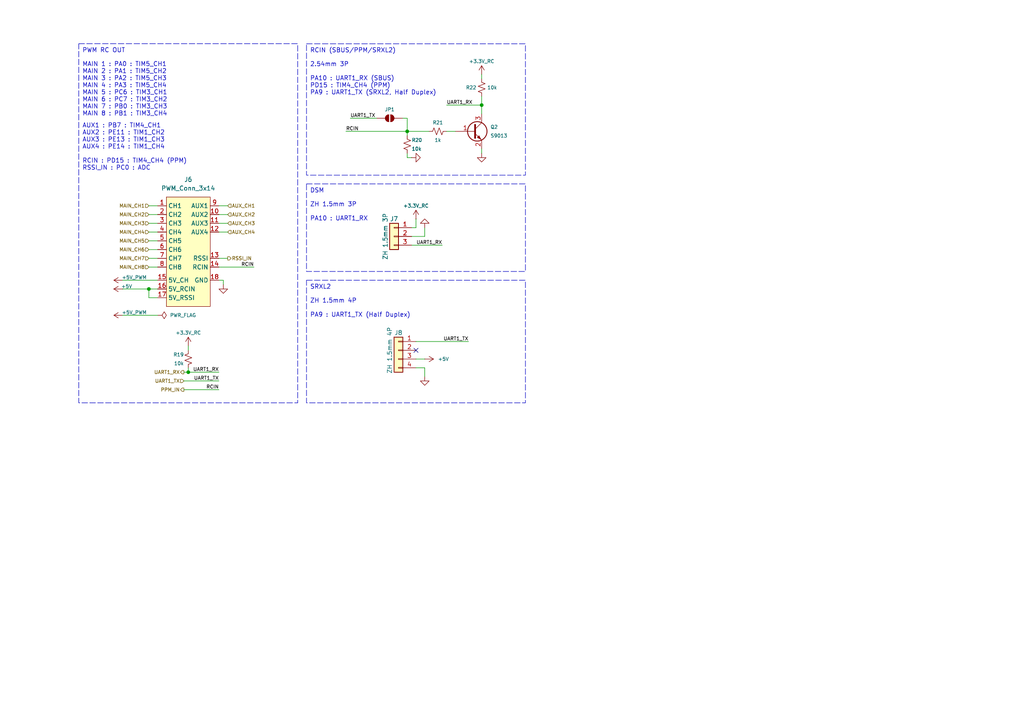
<source format=kicad_sch>
(kicad_sch (version 20231120) (generator "eeschema") (generator_version "8.0")
  (paper "A4")
  (title_block (title "RC_INPUT") (date "2025-02-05") (rev "A") (company "NARAE") (comment 1 "INHA Univ. Areo-modelling Club") (comment 2 "2024 Winter UAV Project "))
  (lib_symbols
    (symbol "+5V_1" (power) (pin_names (offset 0))
      (property "Value" "+5V" (at 0 3.556 0))
      (symbol "+5V_1_0_1"
        (polyline (pts (xy -0.762 1.27) (xy 0 2.54)))
        (polyline (pts (xy 0 0) (xy 0 2.54)))
        (polyline (pts (xy 0 2.54) (xy 0.762 1.27)))
      )
      (symbol "+5V_1_1_1"
        (pin power_in line (at 0 0 90) (length 0) hide (name "+5V") (number "1"))
      )
    )
    (symbol "Connector_Generic:Conn_01x03" (pin_names (offset 1.016) hide)
      (property "Reference" "J" (at 0 5.08 0))
      (property "Value" "Conn_01x03" (at 0 -5.08 0))
      (symbol "Conn_01x03_1_1"
        (rectangle (start -1.27 -2.413) (end 0 -2.667) (stroke (width 0.1524)))
        (rectangle (start -1.27 0.127) (end 0 -0.127) (stroke (width 0.1524)))
        (rectangle (start -1.27 2.667) (end 0 2.413) (stroke (width 0.1524)))
        (rectangle (start -1.27 3.81) (end 1.27 -3.81) (stroke (width 0.254)) (fill (type background)))
        (pin passive line (at -5.08 2.54 0) (length 3.81) (name "Pin_1") (number "1"))
        (pin passive line (at -5.08 0 0) (length 3.81) (name "Pin_2") (number "2"))
        (pin passive line (at -5.08 -2.54 0) (length 3.81) (name "Pin_3") (number "3"))
      )
    )
    (symbol "Connector_Generic:Conn_01x04" (pin_names (offset 1.016) hide)
      (property "Reference" "J" (at 0 5.08 0))
      (property "Value" "Conn_01x04" (at 0 -7.62 0))
      (symbol "Conn_01x04_1_1"
        (rectangle (start -1.27 -4.953) (end 0 -5.207) (stroke (width 0.1524)))
        (rectangle (start -1.27 -2.413) (end 0 -2.667) (stroke (width 0.1524)))
        (rectangle (start -1.27 0.127) (end 0 -0.127) (stroke (width 0.1524)))
        (rectangle (start -1.27 2.667) (end 0 2.413) (stroke (width 0.1524)))
        (rectangle (start -1.27 3.81) (end 1.27 -6.35) (stroke (width 0.254)) (fill (type background)))
        (pin passive line (at -5.08 2.54 0) (length 3.81) (name "Pin_1") (number "1"))
        (pin passive line (at -5.08 0 0) (length 3.81) (name "Pin_2") (number "2"))
        (pin passive line (at -5.08 -2.54 0) (length 3.81) (name "Pin_3") (number "3"))
        (pin passive line (at -5.08 -5.08 0) (length 3.81) (name "Pin_4") (number "4"))
      )
    )
    (symbol "Device:Q_NPN_BEC" (pin_names (offset 0) hide)
      (property "Reference" "Q" (at 5.08 1.27 0))
      (property "Value" "Q_NPN_BEC" (at 5.08 -1.27 0))
      (symbol "Q_NPN_BEC_0_1"
        (polyline (pts (xy 0.635 0.635) (xy 2.54 2.54)))
        (polyline (pts (xy 0.635 -0.635) (xy 2.54 -2.54) (xy 2.54 -2.54)))
        (polyline (pts (xy 0.635 1.905) (xy 0.635 -1.905) (xy 0.635 -1.905)) (stroke (width 0.508)))
        (polyline (pts (xy 1.27 -1.778) (xy 1.778 -1.27) (xy 2.286 -2.286) (xy 1.27 -1.778) (xy 1.27 -1.778)) (fill (type outline)))
        (circle (center 1.27 0) (radius 2.8194) (stroke (width 0.254)))
      )
      (symbol "Q_NPN_BEC_1_1"
        (pin input line (at -5.08 0 0) (length 5.715) (name "B") (number "1"))
        (pin passive line (at 2.54 -5.08 90) (length 2.54) (name "E") (number "2"))
        (pin passive line (at 2.54 5.08 270) (length 2.54) (name "C") (number "3"))
      )
    )
    (symbol "Device:R_Small_US" (pin_numbers hide) (pin_names (offset 0.254) hide)
      (property "Reference" "R" (at 0.762 0.508 0))
      (property "Value" "R_Small_US" (at 0.762 -1.016 0))
      (symbol "R_Small_US_1_1"
        (polyline (pts (xy 0 0) (xy 1.016 -0.381) (xy 0 -0.762) (xy -1.016 -1.143) (xy 0 -1.524)))
        (polyline (pts (xy 0 1.524) (xy 1.016 1.143) (xy 0 0.762) (xy -1.016 0.381) (xy 0 0)))
        (pin passive line (at 0 2.54 270) (length 1.016) (name "~") (number "1"))
        (pin passive line (at 0 -2.54 90) (length 1.016) (name "~") (number "2"))
      )
    )
    (symbol "GND_8" (power) (pin_numbers hide) (pin_names (offset 0) hide)
      (property "Value" "GND" (at 0 -3.81 0))
      (symbol "GND_8_0_1"
        (polyline (pts (xy 0 0) (xy 0 -1.27) (xy 1.27 -1.27) (xy 0 -2.54) (xy -1.27 -1.27) (xy 0 -1.27)))
      )
      (symbol "GND_8_1_1"
        (pin power_in line (at 0 0 270) (length 0) (name "~") (number "1"))
      )
    )
    (symbol "Jumper:SolderJumper_2_Open" (pin_numbers hide) (pin_names (offset 0) hide) (exclude_from_sim yes) (in_bom no)
      (property "Reference" "JP" (at 0 2.032 0))
      (property "Value" "SolderJumper_2_Open" (at 0 -2.54 0))
      (symbol "SolderJumper_2_Open_0_1"
        (arc (start -0.254 1.016) (mid -1.2656 0) (end -0.254 -1.016))
        (arc (start -0.254 1.016) (mid -1.2656 0) (end -0.254 -1.016) (fill (type outline)))
        (polyline (pts (xy -0.254 1.016) (xy -0.254 -1.016)))
        (polyline (pts (xy 0.254 1.016) (xy 0.254 -1.016)))
        (arc (start 0.254 -1.016) (mid 1.2656 0) (end 0.254 1.016))
        (arc (start 0.254 -1.016) (mid 1.2656 0) (end 0.254 1.016) (fill (type outline)))
      )
      (symbol "SolderJumper_2_Open_1_1"
        (pin passive line (at -3.81 0 0) (length 2.54) (name "A") (number "1"))
        (pin passive line (at 3.81 0 180) (length 2.54) (name "B") (number "2"))
      )
    )
    (symbol "PWM_Connector:PWM_Conn_3x14"
      (property "Reference" "J" (at 0 9.398 0))
      (property "Value" "PWM_Conn_3x14" (at 0 7.366 0))
      (symbol "PWM_Conn_3x14_0_1"
        (rectangle (start -6.35 6.35) (end 6.35 -25.4) (fill (type background)))
      )
      (symbol "PWM_Conn_3x14_1_1"
        (pin bidirectional line (at -8.89 3.81 0) (length 2.54) (name "CH1") (number "1"))
        (pin bidirectional line (at 8.89 1.27 180) (length 2.54) (name "AUX2") (number "10"))
        (pin bidirectional line (at 8.89 -1.27 180) (length 2.54) (name "AUX3") (number "11"))
        (pin bidirectional line (at 8.89 -3.81 180) (length 2.54) (name "AUX4") (number "12"))
        (pin bidirectional line (at 8.89 -11.43 180) (length 2.54) (name "RSSI") (number "13"))
        (pin bidirectional line (at 8.89 -13.97 180) (length 2.54) (name "RCIN") (number "14"))
        (pin passive line (at -8.89 -17.78 0) (length 2.54) (name "5V_CH") (number "15"))
        (pin passive line (at -8.89 -20.32 0) (length 2.54) (name "5V_RCIN") (number "16"))
        (pin passive line (at -8.89 -22.86 0) (length 2.54) (name "5V_RSSI") (number "17"))
        (pin passive line (at 8.89 -17.78 180) (length 2.54) (name "GND") (number "18"))
        (pin bidirectional line (at -8.89 1.27 0) (length 2.54) (name "CH2") (number "2"))
        (pin bidirectional line (at -8.89 -1.27 0) (length 2.54) (name "CH3") (number "3"))
        (pin bidirectional line (at -8.89 -3.81 0) (length 2.54) (name "CH4") (number "4"))
        (pin bidirectional line (at -8.89 -6.35 0) (length 2.54) (name "CH5") (number "5"))
        (pin bidirectional line (at -8.89 -8.89 0) (length 2.54) (name "CH6") (number "6"))
        (pin bidirectional line (at -8.89 -11.43 0) (length 2.54) (name "CH7") (number "7"))
        (pin bidirectional line (at -8.89 -13.97 0) (length 2.54) (name "CH8") (number "8"))
        (pin bidirectional line (at 8.89 3.81 180) (length 2.54) (name "AUX1") (number "9"))
      )
    )
    (symbol "power:+3.3VA" (power) (pin_numbers hide) (pin_names (offset 0) hide)
      (property "Value" "+3.3VA" (at 0 3.556 0))
      (symbol "+3.3VA_0_1"
        (polyline (pts (xy -0.762 1.27) (xy 0 2.54)))
        (polyline (pts (xy 0 0) (xy 0 2.54)))
        (polyline (pts (xy 0 2.54) (xy 0.762 1.27)))
      )
      (symbol "+3.3VA_1_1"
        (pin power_in line (at 0 0 90) (length 0) (name "~") (number "1"))
      )
    )
    (symbol "power:+5V" (power) (pin_numbers hide) (pin_names (offset 0) hide)
      (property "Value" "+5V" (at 0 3.556 0))
      (symbol "+5V_0_1"
        (polyline (pts (xy -0.762 1.27) (xy 0 2.54)))
        (polyline (pts (xy 0 0) (xy 0 2.54)))
        (polyline (pts (xy 0 2.54) (xy 0.762 1.27)))
      )
      (symbol "+5V_1_1"
        (pin power_in line (at 0 0 90) (length 0) (name "~") (number "1"))
      )
    )
    (symbol "power:GND" (power) (pin_numbers hide) (pin_names (offset 0) hide)
      (property "Value" "GND" (at 0 -3.81 0))
      (symbol "GND_0_1"
        (polyline (pts (xy 0 0) (xy 0 -1.27) (xy 1.27 -1.27) (xy 0 -2.54) (xy -1.27 -1.27) (xy 0 -1.27)))
      )
      (symbol "GND_1_1"
        (pin power_in line (at 0 0 270) (length 0) (name "~") (number "1"))
      )
    )
    (symbol "power:PWR_FLAG" (power) (pin_numbers hide) (pin_names (offset 0) hide)
      (property "Value" "PWR_FLAG" (at 0 3.81 0))
      (symbol "PWR_FLAG_0_0"
        (pin power_out line (at 0 0 90) (length 0) (name "~") (number "1"))
      )
      (symbol "PWR_FLAG_0_1"
        (polyline (pts (xy 0 0) (xy 0 1.27) (xy -1.016 1.905) (xy 0 2.54) (xy 1.016 1.905) (xy 0 1.27)))
      )
    )
  )
  (junction (at 118.11 38.1))
  (junction (at 139.7 30.48))
  (junction (at 43.18 83.82))
  (junction (at 54.61 107.95))
  (no_connect (at 120.65 101.6))
  (wire (pts (xy 101.6 34.29) (xy 109.22 34.29)))
  (wire (pts (xy 43.18 59.69) (xy 45.72 59.69)))
  (wire (pts (xy 53.34 110.49) (xy 63.5 110.49)))
  (wire (pts (xy 139.7 30.48) (xy 129.54 30.48)))
  (wire (pts (xy 118.11 45.72) (xy 119.38 45.72)))
  (wire (pts (xy 119.38 68.58) (xy 123.19 68.58)))
  (wire (pts (xy 43.18 77.47) (xy 45.72 77.47)))
  (wire (pts (xy 54.61 106.68) (xy 54.61 107.95)))
  (wire (pts (xy 63.5 59.69) (xy 66.04 59.69)))
  (wire (pts (xy 64.77 81.28) (xy 64.77 82.55)))
  (wire (pts (xy 139.7 43.18) (xy 139.7 44.45)))
  (wire (pts (xy 63.5 64.77) (xy 66.04 64.77)))
  (wire (pts (xy 53.34 113.03) (xy 63.5 113.03)))
  (wire (pts (xy 123.19 106.68) (xy 123.19 109.22)))
  (wire (pts (xy 63.5 74.93) (xy 66.04 74.93)))
  (wire (pts (xy 43.18 83.82) (xy 43.18 86.36)))
  (wire (pts (xy 45.72 86.36) (xy 43.18 86.36)))
  (wire (pts (xy 43.18 64.77) (xy 45.72 64.77)))
  (wire (pts (xy 43.18 69.85) (xy 45.72 69.85)))
  (wire (pts (xy 118.11 38.1) (xy 118.11 39.37)))
  (wire (pts (xy 63.5 77.47) (xy 73.66 77.47)))
  (wire (pts (xy 120.65 99.06) (xy 135.89 99.06)))
  (wire (pts (xy 118.11 34.29) (xy 118.11 38.1)))
  (wire (pts (xy 120.65 66.04) (xy 119.38 66.04)))
  (wire (pts (xy 53.34 107.95) (xy 54.61 107.95)))
  (wire (pts (xy 43.18 83.82) (xy 45.72 83.82)))
  (wire (pts (xy 63.5 67.31) (xy 66.04 67.31)))
  (wire (pts (xy 129.54 38.1) (xy 132.08 38.1)))
  (wire (pts (xy 139.7 27.94) (xy 139.7 30.48)))
  (wire (pts (xy 35.56 83.82) (xy 43.18 83.82)))
  (wire (pts (xy 43.18 72.39) (xy 45.72 72.39)))
  (wire (pts (xy 139.7 21.59) (xy 139.7 22.86)))
  (wire (pts (xy 54.61 100.33) (xy 54.61 101.6)))
  (wire (pts (xy 35.56 91.44) (xy 45.72 91.44)))
  (wire (pts (xy 43.18 74.93) (xy 45.72 74.93)))
  (wire (pts (xy 139.7 30.48) (xy 139.7 33.02)))
  (wire (pts (xy 120.65 104.14) (xy 123.19 104.14)))
  (wire (pts (xy 43.18 62.23) (xy 45.72 62.23)))
  (wire (pts (xy 123.19 68.58) (xy 123.19 66.04)))
  (wire (pts (xy 63.5 62.23) (xy 66.04 62.23)))
  (wire (pts (xy 54.61 107.95) (xy 63.5 107.95)))
  (wire (pts (xy 116.84 34.29) (xy 118.11 34.29)))
  (wire (pts (xy 63.5 81.28) (xy 64.77 81.28)))
  (wire (pts (xy 100.33 38.1) (xy 118.11 38.1)))
  (wire (pts (xy 118.11 38.1) (xy 124.46 38.1)))
  (wire (pts (xy 43.18 67.31) (xy 45.72 67.31)))
  (wire (pts (xy 120.65 63.5) (xy 120.65 66.04)))
  (wire (pts (xy 119.38 71.12) (xy 128.27 71.12)))
  (wire (pts (xy 120.65 106.68) (xy 123.19 106.68)))
  (wire (pts (xy 118.11 44.45) (xy 118.11 45.72)))
  (wire (pts (xy 35.56 81.28) (xy 45.72 81.28)))
  (rectangle (start 88.9 53.34) (end 152.4 78.74) (stroke (width 0) (type dash)))
  (rectangle (start 22.8481 12.6751) (end 86.3481 116.84) (stroke (width 0) (type dash)))
  (rectangle (start 88.9 12.7) (end 152.4 50.8) (stroke (width 0) (type dash)))
  (rectangle (start 88.9 81.28) (end 152.4 116.84) (stroke (width 0) (type dash)))
  (text "RCIN (SBUS/PPM/SRXL2)" (at 89.916 15.494 0) (effects (font (size 1.27 1.27)) (justify left bottom)))
  (text "ZH 1.5mm 3P\n\nPA10 : UART1_RX" (at 89.916 58.674 0) (effects (font (size 1.27 1.27)) (justify left top)))
  (text "SRXL2" (at 89.916 84.074 0) (effects (font (size 1.27 1.27)) (justify left bottom)))
  (text "2.54mm 3P\n\nPA10 : UART1_RX (SBUS)\nPD15 : TIM4_CH4 (PPM)\nPA9 : UART1_TX (SRXL2, Half Duplex)" (at 89.916 18.034 0) (effects (font (size 1.27 1.27)) (justify left top)))
  (text "DSM" (at 89.916 56.134 0) (effects (font (size 1.27 1.27)) (justify left bottom)))
  (text "MAIN 1 : PA0 : TIM5_CH1\nMAIN 2 : PA1 : TIM5_CH2\nMAIN 3 : PA2 : TIM5_CH3\nMAIN 4 : PA3 : TIM5_CH4\nMAIN 5 : PC6 : TIM3_CH1\nMAIN 6 : PC7 : TIM3_CH2\nMAIN 7 : PB0 : TIM3_CH3\nMAIN 8 : PB1 : TIM3_CH4" (at 23.8641 18.0091 0) (effects (font (size 1.27 1.27)) (justify left top)))
  (text "PWM RC OUT" (at 23.8641 15.4691 0) (effects (font (size 1.27 1.27)) (justify left bottom)))
  (text "AUX1 : PB7 : TIM4_CH1\nAUX2 : PE11 : TIM1_CH2\nAUX3 : PE13 : TIM1_CH3\nAUX4 : PE14 : TIM1_CH4\n\nRCIN : PD15 : TIM4_CH4 (PPM)\nRSSI_IN : PC0 : ADC" (at 23.8641 35.7891 0) (effects (font (size 1.27 1.27)) (justify left top)))
  (text "ZH 1.5mm 4P\n\nPA9 : UART1_TX (Half Duplex)" (at 89.916 86.614 0) (effects (font (size 1.27 1.27)) (justify left top)))
  (label "UART1_RX" (at 129.54 30.48 0) (effects (font (size 1 1))))
  (label "UART1_RX" (at 63.5 107.95 180) (effects (font (size 1 1))))
  (label "RCIN" (at 73.66 77.47 180) (effects (font (size 1 1))))
  (label "RCIN" (at 63.5 113.03 180) (effects (font (size 1 1))))
  (label "UART1_TX" (at 63.5 110.49 180) (effects (font (size 1 1))))
  (label "UART1_TX" (at 135.89 99.06 180) (effects (font (size 1 1))))
  (label "UART1_RX" (at 128.27 71.12 180) (effects (font (size 1 1))))
  (label "RCIN" (at 100.33 38.1 0) (effects (font (size 1 1))))
  (label "UART1_TX" (at 101.6 34.29 0) (effects (font (size 1 1))))
  (hierarchical_label "AUX_CH3" (shape input) (at 66.04 64.77 0) (effects (font (size 1 1))))
  (hierarchical_label "MAIN_CH2" (shape input) (at 43.18 62.23 180) (effects (font (size 1 1))))
  (hierarchical_label "AUX_CH1" (shape input) (at 66.04 59.69 0) (effects (font (size 1 1))))
  (hierarchical_label "UART1_RX" (shape output) (at 53.34 107.95 180) (effects (font (size 1 1))))
  (hierarchical_label "MAIN_CH3" (shape input) (at 43.18 64.77 180) (effects (font (size 1 1))))
  (hierarchical_label "AUX_CH2" (shape input) (at 66.04 62.23 0) (effects (font (size 1 1))))
  (hierarchical_label "AUX_CH4" (shape input) (at 66.04 67.31 0) (effects (font (size 1 1))))
  (hierarchical_label "MAIN_CH6" (shape input) (at 43.18 72.39 180) (effects (font (size 1 1))))
  (hierarchical_label "MAIN_CH4" (shape input) (at 43.18 67.31 180) (effects (font (size 1 1))))
  (hierarchical_label "MAIN_CH7" (shape input) (at 43.18 74.93 180) (effects (font (size 1 1))))
  (hierarchical_label "UART1_TX" (shape input) (at 53.34 110.49 180) (effects (font (size 1 1))))
  (hierarchical_label "MAIN_CH8" (shape input) (at 43.18 77.47 180) (effects (font (size 1 1))))
  (hierarchical_label "MAIN_CH5" (shape input) (at 43.18 69.85 180) (effects (font (size 1 1))))
  (hierarchical_label "PPM_IN" (shape output) (at 53.34 113.03 180) (effects (font (size 1 1))))
  (hierarchical_label "RSSI_IN" (shape output) (at 66.04 74.93 0) (effects (font (size 1 1))))
  (hierarchical_label "MAIN_CH1" (shape input) (at 43.18 59.69 180) (effects (font (size 1 1))))
  (symbol (lib_id "power:+3.3VA") (at 120.65 63.5 0) (unit 1)
    (property "Reference" "#PWR076" (effects (hide yes)))
    (property "Value" "+3.3V_RC" (at 120.65 59.69 0) (effects (font (size 1 1))))
    (property "Description" "Power symbol creates a global label with name \"+3.3VA\"" (effects (hide yes)))
  )
  (symbol (lib_id "Device:R_Small_US") (at 54.61 104.14 0) (mirror y) (unit 1)
    (property "Reference" "R19" (at 53.34 102.87 0) (effects (font (size 1 1)) (justify left)))
    (property "Value" "10k" (at 53.34 105.41 0) (effects (font (size 1 1)) (justify left)))
    (property "Footprint" "Resistor_SMD:R_0402_1005Metric" (effects (hide yes)))
    (property "Description" "Resistor, small US symbol" (effects (hide yes)))
    (property "LCSC" "C25531" (effects (hide yes)))
  )
  (symbol (lib_id "Device:R_Small_US") (at 118.11 41.91 0) (unit 1)
    (property "Reference" "R20" (at 119.38 40.64 0) (effects (font (size 1 1)) (justify left)))
    (property "Value" "10k" (at 119.38 43.18 0) (effects (font (size 1 1)) (justify left)))
    (property "Footprint" "Resistor_SMD:R_0402_1005Metric" (effects (hide yes)))
    (property "Description" "Resistor, small US symbol" (effects (hide yes)))
    (property "LCSC" "C25531" (effects (hide yes)))
  )
  (symbol (lib_id "power:+5V") (at 35.56 83.82 90) (unit 1)
    (property "Reference" "#PWR071" (effects (hide yes)))
    (property "Value" "+5V" (at 38.354 83.058 90) (effects (font (size 1 1)) (justify left)))
    (property "Description" "Power symbol creates a global label with name \"+5V\"" (effects (hide yes)))
  )
  (symbol (lib_id "power:+3.3VA") (at 139.7 21.59 0) (unit 1)
    (property "Reference" "#PWR080" (effects (hide yes)))
    (property "Value" "+3.3V_RC" (at 139.7 17.78 0) (effects (font (size 1 1))))
    (property "Description" "Power symbol creates a global label with name \"+3.3VA\"" (effects (hide yes)))
  )
  (symbol (lib_id "Device:Q_NPN_BEC") (at 137.16 38.1 0) (unit 1)
    (property "Reference" "Q2" (at 142.24 36.8299 0) (effects (font (size 1 1)) (justify left)))
    (property "Value" "S9013" (at 142.24 39.3699 0) (effects (font (size 1 1)) (justify left)))
    (property "Footprint" "Package_TO_SOT_SMD:SOT-23-3" (effects (hide yes)))
    (property "LCSC" "C111269" (effects (hide yes)))
  )
  (symbol (lib_id "Connector_Generic:Conn_01x04") (at 115.57 101.6 0) (mirror y) (unit 1)
    (property "Reference" "J8" (at 115.57 96.52 0))
    (property "Value" "ZH 1.5mm 4P" (at 113.03 101.6 90))
    (property "Footprint" "JST_ZH:JST_ZH_S4B-ZR-SM4A-TF_1x04-1MP_P1.50mm_Horizontal" (effects (hide yes)))
    (property "Description" "Generic connector, single row, 01x04, script generated (kicad-library-utils/schlib/autogen/connector/)" (effects (hide yes)))
    (property "LCSC" "C485354" (effects (hide yes)))
  )
  (symbol (lib_id "power:GND") (at 123.19 109.22 0) (unit 1)
    (property "Reference" "#PWR079" (effects (hide yes)))
    (property "Value" "GND" (effects (hide yes)))
    (property "Description" "Power symbol creates a global label with name \"GND\" , ground" (effects (hide yes)))
  )
  (symbol (lib_name "+5V_1") (lib_id "power:+5V") (at 35.56 81.28 90) (unit 1)
    (property "Reference" "#PWR070" (effects (hide yes)))
    (property "Value" "+5V_PWM" (at 35.306 81.026 90) (effects (font (size 1 1)) (justify right top)))
  )
  (symbol (lib_id "power:GND") (at 119.38 45.72 90) (unit 1)
    (property "Reference" "#PWR075" (effects (hide yes)))
    (property "Value" "GND" (effects (hide yes)))
    (property "Description" "Power symbol creates a global label with name \"GND\" , ground" (effects (hide yes)))
  )
  (symbol (lib_id "power:GND") (at 123.19 66.04 180) (unit 1)
    (property "Reference" "#PWR077" (effects (hide yes)))
    (property "Value" "GND" (effects (hide yes)))
    (property "Description" "Power symbol creates a global label with name \"GND\" , ground" (effects (hide yes)))
  )
  (symbol (lib_name "+5V_1") (lib_id "power:+5V") (at 35.56 91.44 90) (unit 1)
    (property "Reference" "#PWR072" (effects (hide yes)))
    (property "Value" "+5V_PWM" (at 35.306 91.186 90) (effects (font (size 1 1)) (justify right top)))
  )
  (symbol (lib_name "GND_8") (lib_id "power:GND") (at 64.77 82.55 0) (unit 1)
    (property "Reference" "#PWR074" (effects (hide yes)))
    (property "Value" "GND" (effects (hide yes)))
    (property "Description" "Power symbol creates a global label with name \"GND\" , ground" (effects (hide yes)))
  )
  (symbol (lib_id "power:+5V") (at 123.19 104.14 270) (unit 1)
    (property "Reference" "#PWR078" (effects (hide yes)))
    (property "Value" "+5V" (at 127 104.1399 90) (effects (font (size 1 1)) (justify left)))
    (property "Description" "Power symbol creates a global label with name \"+5V\"" (effects (hide yes)))
  )
  (symbol (lib_id "power:+3.3VA") (at 54.61 100.33 0) (unit 1)
    (property "Reference" "#PWR073" (effects (hide yes)))
    (property "Value" "+3.3V_RC" (at 54.61 96.52 0) (effects (font (size 1 1))))
    (property "Description" "Power symbol creates a global label with name \"+3.3VA\"" (effects (hide yes)))
  )
  (symbol (lib_id "power:PWR_FLAG") (at 45.72 91.44 270) (unit 1)
    (property "Reference" "#FLG05" (effects (hide yes)))
    (property "Value" "PWR_FLAG" (at 53.086 91.44 90) (effects (font (size 1 1))))
    (property "Description" "Special symbol for telling ERC where power comes from" (effects (hide yes)))
  )
  (symbol (lib_id "Device:R_Small_US") (at 139.7 25.4 0) (unit 1)
    (property "Reference" "R22" (at 136.652 25.4 0) (effects (font (size 1 1))))
    (property "Value" "10k" (at 142.748 25.4 0) (effects (font (size 1 1))))
    (property "Footprint" "Resistor_SMD:R_0402_1005Metric" (effects (hide yes)))
    (property "Description" "Resistor, small US symbol" (effects (hide yes)))
    (property "LCSC" "C25531" (effects (hide yes)))
  )
  (symbol (lib_id "Connector_Generic:Conn_01x03") (at 114.3 68.58 0) (mirror y) (unit 1)
    (property "Reference" "J7" (at 114.3 63.5 0))
    (property "Value" "ZH 1.5mm 3P" (at 111.76 68.58 90))
    (property "Footprint" "JST_ZH:JST_ZH_S3B-ZR-SM4A-TF_1x03-1MP_P1.50mm_Horizontal" (effects (hide yes)))
    (property "Description" "Generic connector, single row, 01x03, script generated (kicad-library-utils/schlib/autogen/connector/)" (effects (hide yes)))
    (property "LCSC" "C72591" (effects (hide yes)))
  )
  (symbol (lib_id "Device:R_Small_US") (at 127 38.1 90) (unit 1)
    (property "Reference" "R21" (at 127 35.56 90) (effects (font (size 1 1))))
    (property "Value" "1k" (at 127 40.64 90) (effects (font (size 1 1))))
    (property "Footprint" "Resistor_SMD:R_0402_1005Metric" (effects (hide yes)))
    (property "Description" "Resistor, small US symbol" (effects (hide yes)))
    (property "LCSC" "C11702" (effects (hide yes)))
  )
  (symbol (lib_id "Jumper:SolderJumper_2_Open") (at 113.03 34.29 0) (unit 1) (exclude_from_sim yes) (in_bom no)
    (property "Reference" "JP1" (at 113.03 31.75 0) (effects (font (size 1 1))))
    (property "Value" "SolderJumper_2_Open" (effects (hide yes)))
    (property "Footprint" "Jumper:SolderJumper-2_P1.3mm_Open_TrianglePad1.0x1.5mm" (effects (hide yes)))
    (property "Description" "Solder Jumper, 2-pole, open" (effects (hide yes)))
    (property "LCSC" "C161692" (effects (hide yes)))
  )
  (symbol (lib_id "power:GND") (at 139.7 44.45 0) (unit 1)
    (property "Reference" "#PWR081" (effects (hide yes)))
    (property "Value" "GND" (effects (hide yes)))
    (property "Description" "Power symbol creates a global label with name \"GND\" , ground" (effects (hide yes)))
  )
  (symbol (lib_id "PWM_Connector:PWM_Conn_3x14") (at 54.61 63.5 0) (unit 1)
    (property "Reference" "J6" (at 54.61 52.07 0))
    (property "Value" "PWM_Conn_3x14" (at 54.61 54.61 0))
    (property "Footprint" "PWM_Connector:PWM_Conn_3x14" (effects (hide yes)))
    (property "Description" "TSW-114-08-L-T-RA,  Tin Bend insert 42P -55℃~+125℃ 2.54mm Triple row Black Phosphor Bronze 2.54mm Push-Pull,P=2.54mm Pin Headers ROHS" (effects (hide yes)))
    (property "LCSC" "C3327492" (effects (hide yes)))
  )
)
</source>
